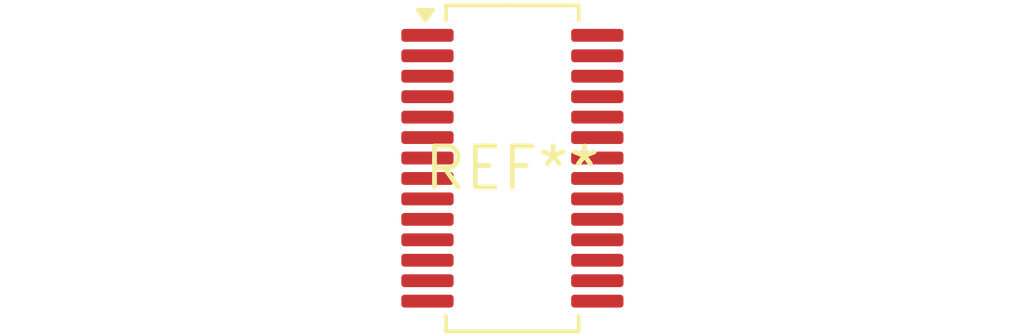
<source format=kicad_pcb>
(kicad_pcb (version 20240108) (generator pcbnew)
  (layers (0 "F.Cu" signal) (31 "B.Cu" signal) (34 "B.Paste" user) (35 "F.Paste" user) (36 "B.SilkS" user "B.Silkscreen") (37 "F.SilkS" user "F.Silkscreen") (38 "B.Mask" user) (39 "F.Mask" user) (44 "Edge.Cuts" user))
  (net 0 "")
  (footprint "QSOP-28_3.9x9.9mm_P0.635mm" (layer "F.Cu") (at 0 0)
    (property "Reference" "REF**")
    (property "Value" "QSOP-28_3.9x9.9mm_P0.635mm")
    (fp_line (start -2.06 -5.06) (end -2.06 -4.5875) (layer "F.SilkS") (stroke (width 0.12)))
    (fp_line (start -2.06 5.06) (end -2.06 4.5875) (layer "F.SilkS") (stroke (width 0.12)))
    (fp_line (start 0 -5.06) (end -2.06 -5.06) (layer "F.SilkS") (stroke (width 0.12)))
    (fp_line (start 0 -5.06) (end 2.06 -5.06) (layer "F.SilkS") (stroke (width 0.12)))
    (fp_line (start 0 5.06) (end -2.06 5.06) (layer "F.SilkS") (stroke (width 0.12)))
    (fp_line (start 0 5.06) (end 2.06 5.06) (layer "F.SilkS") (stroke (width 0.12)))
    (fp_line (start 2.06 -5.06) (end 2.06 -4.5875) (layer "F.SilkS") (stroke (width 0.12)))
    (fp_line (start 2.06 5.06) (end 2.06 4.5875) (layer "F.SilkS") (stroke (width 0.12)))
    (fp_poly (pts (xy -2.7 -4.5875) (xy -2.94 -4.9175) (xy -2.46 -4.9175) (xy -2.7 -4.5875)) (layer "F.SilkS") (stroke (width 0.12)) (fill solid))
    (pad "1" smd roundrect (at -2.6375 -4.1275) (size 1.625 0.4) (layers "F.Cu" "F.Paste" "F.Mask"))
    (pad "2" smd roundrect (at -2.6375 -3.4925) (size 1.625 0.4) (layers "F.Cu" "F.Paste" "F.Mask"))
    (pad "3" smd roundrect (at -2.6375 -2.8575) (size 1.625 0.4) (layers "F.Cu" "F.Paste" "F.Mask"))
    (pad "4" smd roundrect (at -2.6375 -2.2225) (size 1.625 0.4) (layers "F.Cu" "F.Paste" "F.Mask"))
    (pad "5" smd roundrect (at -2.6375 -1.5875) (size 1.625 0.4) (layers "F.Cu" "F.Paste" "F.Mask"))
    (pad "6" smd roundrect (at -2.6375 -0.9525) (size 1.625 0.4) (layers "F.Cu" "F.Paste" "F.Mask"))
    (pad "7" smd roundrect (at -2.6375 -0.3175) (size 1.625 0.4) (layers "F.Cu" "F.Paste" "F.Mask"))
    (pad "8" smd roundrect (at -2.6375 0.3175) (size 1.625 0.4) (layers "F.Cu" "F.Paste" "F.Mask"))
    (pad "9" smd roundrect (at -2.6375 0.9525) (size 1.625 0.4) (layers "F.Cu" "F.Paste" "F.Mask"))
    (pad "10" smd roundrect (at -2.6375 1.5875) (size 1.625 0.4) (layers "F.Cu" "F.Paste" "F.Mask"))
    (pad "11" smd roundrect (at -2.6375 2.2225) (size 1.625 0.4) (layers "F.Cu" "F.Paste" "F.Mask"))
    (pad "12" smd roundrect (at -2.6375 2.8575) (size 1.625 0.4) (layers "F.Cu" "F.Paste" "F.Mask"))
    (pad "13" smd roundrect (at -2.6375 3.4925) (size 1.625 0.4) (layers "F.Cu" "F.Paste" "F.Mask"))
    (pad "14" smd roundrect (at -2.6375 4.1275) (size 1.625 0.4) (layers "F.Cu" "F.Paste" "F.Mask"))
    (pad "15" smd roundrect (at 2.6375 4.1275) (size 1.625 0.4) (layers "F.Cu" "F.Paste" "F.Mask"))
    (pad "16" smd roundrect (at 2.6375 3.4925) (size 1.625 0.4) (layers "F.Cu" "F.Paste" "F.Mask"))
    (pad "17" smd roundrect (at 2.6375 2.8575) (size 1.625 0.4) (layers "F.Cu" "F.Paste" "F.Mask"))
    (pad "18" smd roundrect (at 2.6375 2.2225) (size 1.625 0.4) (layers "F.Cu" "F.Paste" "F.Mask"))
    (pad "19" smd roundrect (at 2.6375 1.5875) (size 1.625 0.4) (layers "F.Cu" "F.Paste" "F.Mask"))
    (pad "20" smd roundrect (at 2.6375 0.9525) (size 1.625 0.4) (layers "F.Cu" "F.Paste" "F.Mask"))
    (pad "21" smd roundrect (at 2.6375 0.3175) (size 1.625 0.4) (layers "F.Cu" "F.Paste" "F.Mask"))
    (pad "22" smd roundrect (at 2.6375 -0.3175) (size 1.625 0.4) (layers "F.Cu" "F.Paste" "F.Mask"))
    (pad "23" smd roundrect (at 2.6375 -0.9525) (size 1.625 0.4) (layers "F.Cu" "F.Paste" "F.Mask"))
    (pad "24" smd roundrect (at 2.6375 -1.5875) (size 1.625 0.4) (layers "F.Cu" "F.Paste" "F.Mask"))
    (pad "25" smd roundrect (at 2.6375 -2.2225) (size 1.625 0.4) (layers "F.Cu" "F.Paste" "F.Mask"))
    (pad "26" smd roundrect (at 2.6375 -2.8575) (size 1.625 0.4) (layers "F.Cu" "F.Paste" "F.Mask"))
    (pad "27" smd roundrect (at 2.6375 -3.4925) (size 1.625 0.4) (layers "F.Cu" "F.Paste" "F.Mask"))
    (pad "28" smd roundrect (at 2.6375 -4.1275) (size 1.625 0.4) (layers "F.Cu" "F.Paste" "F.Mask"))
  )
)
</source>
